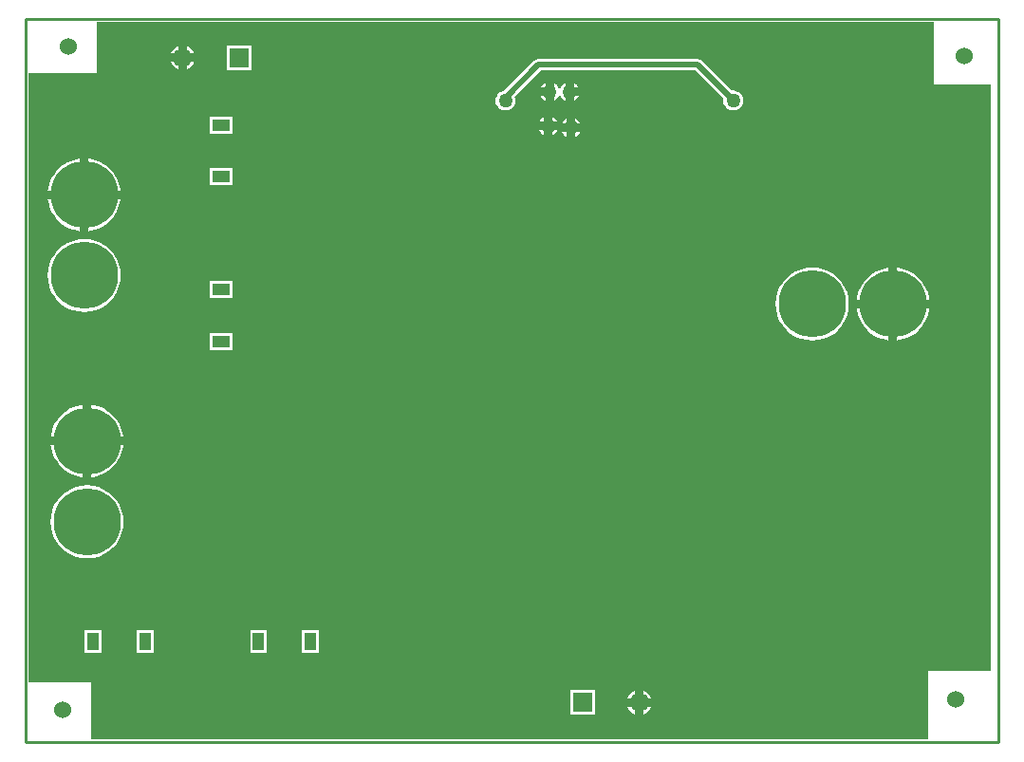
<source format=gbl>
G04*
G04 #@! TF.GenerationSoftware,Altium Limited,Altium Designer,19.1.8 (144)*
G04*
G04 Layer_Physical_Order=2*
G04 Layer_Color=16711680*
%FSLAX25Y25*%
%MOIN*%
G70*
G01*
G75*
%ADD12C,0.01000*%
%ADD45C,0.02000*%
%ADD50R,0.05906X0.03937*%
%ADD51R,0.03937X0.05906*%
%ADD52C,0.23622*%
%ADD53C,0.06000*%
%ADD54R,0.06693X0.06693*%
%ADD55C,0.06693*%
%ADD56C,0.05000*%
G36*
X320000Y232000D02*
X340000D01*
Y26000D01*
X318000D01*
Y2000D01*
X24000D01*
Y22000D01*
X2000D01*
Y236000D01*
X26000D01*
Y254000D01*
X320000D01*
Y232000D01*
D02*
G37*
%LPC*%
G36*
X57500Y245583D02*
Y243000D01*
X60083D01*
X59797Y243692D01*
X59100Y244600D01*
X58192Y245297D01*
X57500Y245583D01*
D02*
G37*
G36*
X54500D02*
X53808Y245297D01*
X52900Y244600D01*
X52203Y243692D01*
X51917Y243000D01*
X54500D01*
Y245583D01*
D02*
G37*
G36*
X60083Y240000D02*
X57500D01*
Y237417D01*
X58192Y237703D01*
X59100Y238400D01*
X59797Y239308D01*
X60083Y240000D01*
D02*
G37*
G36*
X54500D02*
X51917D01*
X52203Y239308D01*
X52900Y238400D01*
X53808Y237703D01*
X54500Y237417D01*
Y240000D01*
D02*
G37*
G36*
X80347Y245847D02*
X71653D01*
Y237154D01*
X80347D01*
Y245847D01*
D02*
G37*
G36*
X193500Y232667D02*
Y231000D01*
X195167D01*
X195057Y231265D01*
X194496Y231996D01*
X193765Y232557D01*
X193500Y232667D01*
D02*
G37*
G36*
X183500D02*
X183235Y232557D01*
X182504Y231996D01*
X181943Y231265D01*
X181833Y231000D01*
X183500D01*
Y232667D01*
D02*
G37*
G36*
X190500D02*
X190235Y232557D01*
X189504Y231996D01*
X188943Y231265D01*
X188771Y230850D01*
X188229D01*
X188057Y231265D01*
X187496Y231996D01*
X186765Y232557D01*
X186500Y232667D01*
Y229500D01*
Y226333D01*
X186765Y226443D01*
X187496Y227004D01*
X188057Y227735D01*
X188229Y228151D01*
X188771D01*
X188943Y227735D01*
X189504Y227004D01*
X190235Y226443D01*
X190500Y226333D01*
Y229500D01*
Y232667D01*
D02*
G37*
G36*
X195167Y228000D02*
X193500D01*
Y226333D01*
X193765Y226443D01*
X194496Y227004D01*
X195057Y227735D01*
X195167Y228000D01*
D02*
G37*
G36*
X183500D02*
X181833D01*
X181943Y227735D01*
X182504Y227004D01*
X183235Y226443D01*
X183500Y226333D01*
Y228000D01*
D02*
G37*
G36*
X181000Y241039D02*
X180220Y240884D01*
X179558Y240442D01*
X169093Y229977D01*
X168586Y229910D01*
X167735Y229557D01*
X167004Y228996D01*
X166443Y228265D01*
X166090Y227414D01*
X165970Y226500D01*
X166090Y225586D01*
X166443Y224735D01*
X167004Y224004D01*
X167735Y223443D01*
X168586Y223090D01*
X169500Y222970D01*
X170414Y223090D01*
X171265Y223443D01*
X171996Y224004D01*
X172557Y224735D01*
X172910Y225586D01*
X173030Y226500D01*
X172910Y227414D01*
X172731Y227847D01*
X181845Y236961D01*
X236155D01*
X246045Y227071D01*
X245970Y226500D01*
X246090Y225586D01*
X246443Y224735D01*
X247004Y224004D01*
X247735Y223443D01*
X248586Y223090D01*
X249500Y222970D01*
X250414Y223090D01*
X251265Y223443D01*
X251996Y224004D01*
X252557Y224735D01*
X252910Y225586D01*
X253030Y226500D01*
X252910Y227414D01*
X252557Y228265D01*
X251996Y228996D01*
X251265Y229557D01*
X250414Y229910D01*
X249500Y230030D01*
X248929Y229955D01*
X238442Y240442D01*
X237780Y240884D01*
X237000Y241039D01*
X181000D01*
X181000Y241039D01*
D02*
G37*
G36*
X186000Y220667D02*
Y219000D01*
X187667D01*
X187557Y219265D01*
X186996Y219996D01*
X186265Y220557D01*
X186000Y220667D01*
D02*
G37*
G36*
X183000D02*
X182735Y220557D01*
X182004Y219996D01*
X181443Y219265D01*
X181333Y219000D01*
X183000D01*
Y220667D01*
D02*
G37*
G36*
X194000Y220167D02*
Y218500D01*
X195667D01*
X195557Y218765D01*
X194996Y219496D01*
X194265Y220057D01*
X194000Y220167D01*
D02*
G37*
G36*
X191000D02*
X190735Y220057D01*
X190004Y219496D01*
X189443Y218765D01*
X189333Y218500D01*
X191000D01*
Y220167D01*
D02*
G37*
G36*
X73472Y220843D02*
X65567D01*
Y214906D01*
X73472D01*
Y220843D01*
D02*
G37*
G36*
X187667Y216000D02*
X186000D01*
Y214333D01*
X186265Y214443D01*
X186996Y215004D01*
X187557Y215735D01*
X187667Y216000D01*
D02*
G37*
G36*
X183000D02*
X181333D01*
X181443Y215735D01*
X182004Y215004D01*
X182735Y214443D01*
X183000Y214333D01*
Y216000D01*
D02*
G37*
G36*
X195667Y215500D02*
X194000D01*
Y213833D01*
X194265Y213943D01*
X194996Y214504D01*
X195557Y215235D01*
X195667Y215500D01*
D02*
G37*
G36*
X191000D02*
X189333D01*
X189443Y215235D01*
X190004Y214504D01*
X190735Y213943D01*
X191000Y213833D01*
Y215500D01*
D02*
G37*
G36*
X73453Y202732D02*
X65547D01*
Y196795D01*
X73453D01*
Y202732D01*
D02*
G37*
G36*
X23000Y206079D02*
Y194846D01*
X34233D01*
X34192Y195357D01*
X33722Y197318D01*
X32950Y199180D01*
X31896Y200900D01*
X30587Y202433D01*
X29053Y203743D01*
X27334Y204797D01*
X25471Y205568D01*
X23510Y206039D01*
X23000Y206079D01*
D02*
G37*
G36*
X20000D02*
X19490Y206039D01*
X17529Y205568D01*
X15666Y204797D01*
X13947Y203743D01*
X12413Y202433D01*
X11104Y200900D01*
X10050Y199180D01*
X9278Y197318D01*
X8808Y195357D01*
X8767Y194846D01*
X20000D01*
Y206079D01*
D02*
G37*
G36*
X34233Y191847D02*
X23000D01*
Y180614D01*
X23510Y180654D01*
X25471Y181125D01*
X27334Y181896D01*
X29053Y182950D01*
X30587Y184260D01*
X31896Y185793D01*
X32950Y187512D01*
X33722Y189375D01*
X34192Y191336D01*
X34233Y191847D01*
D02*
G37*
G36*
X20000D02*
X8767D01*
X8808Y191336D01*
X9278Y189375D01*
X10050Y187512D01*
X11104Y185793D01*
X12413Y184260D01*
X13947Y182950D01*
X15666Y181896D01*
X17529Y181125D01*
X19490Y180654D01*
X20000Y180614D01*
Y191847D01*
D02*
G37*
G36*
X73453Y162969D02*
X65547D01*
Y157032D01*
X73453D01*
Y162969D01*
D02*
G37*
G36*
X307063Y167733D02*
Y156500D01*
X318296D01*
X318255Y157010D01*
X317785Y158971D01*
X317013Y160834D01*
X315959Y162553D01*
X314650Y164087D01*
X313116Y165396D01*
X311397Y166450D01*
X309534Y167222D01*
X307573Y167692D01*
X307063Y167733D01*
D02*
G37*
G36*
X304063D02*
X303553Y167692D01*
X301592Y167222D01*
X299729Y166450D01*
X298010Y165396D01*
X296476Y164087D01*
X295167Y162553D01*
X294113Y160834D01*
X293341Y158971D01*
X292871Y157010D01*
X292830Y156500D01*
X304063D01*
Y167733D01*
D02*
G37*
G36*
X21500Y177851D02*
X19490Y177692D01*
X17529Y177222D01*
X15666Y176450D01*
X13947Y175396D01*
X12413Y174087D01*
X11104Y172553D01*
X10050Y170834D01*
X9278Y168971D01*
X8808Y167010D01*
X8649Y165000D01*
X8808Y162990D01*
X9278Y161029D01*
X10050Y159166D01*
X11104Y157447D01*
X12413Y155913D01*
X13947Y154604D01*
X15666Y153550D01*
X17529Y152778D01*
X19490Y152308D01*
X21500Y152149D01*
X23510Y152308D01*
X25471Y152778D01*
X27334Y153550D01*
X29053Y154604D01*
X30587Y155913D01*
X31896Y157447D01*
X32950Y159166D01*
X33722Y161029D01*
X34192Y162990D01*
X34351Y165000D01*
X34192Y167010D01*
X33722Y168971D01*
X32950Y170834D01*
X31896Y172553D01*
X30587Y174087D01*
X29053Y175396D01*
X27334Y176450D01*
X25471Y177222D01*
X23510Y177692D01*
X21500Y177851D01*
D02*
G37*
G36*
X318296Y153500D02*
X307063D01*
Y142267D01*
X307573Y142308D01*
X309534Y142778D01*
X311397Y143550D01*
X313116Y144604D01*
X314650Y145913D01*
X315959Y147447D01*
X317013Y149166D01*
X317785Y151029D01*
X318255Y152990D01*
X318296Y153500D01*
D02*
G37*
G36*
X304063D02*
X292830D01*
X292871Y152990D01*
X293341Y151029D01*
X294113Y149166D01*
X295167Y147447D01*
X296476Y145913D01*
X298010Y144604D01*
X299729Y143550D01*
X301592Y142778D01*
X303553Y142308D01*
X304063Y142267D01*
Y153500D01*
D02*
G37*
G36*
X277217Y167851D02*
X275206Y167692D01*
X273246Y167222D01*
X271382Y166450D01*
X269663Y165396D01*
X268130Y164087D01*
X266820Y162553D01*
X265767Y160834D01*
X264995Y158971D01*
X264524Y157010D01*
X264366Y155000D01*
X264524Y152990D01*
X264995Y151029D01*
X265767Y149166D01*
X266820Y147447D01*
X268130Y145913D01*
X269663Y144604D01*
X271382Y143550D01*
X273246Y142778D01*
X275206Y142308D01*
X277217Y142149D01*
X279227Y142308D01*
X281188Y142778D01*
X283051Y143550D01*
X284770Y144604D01*
X286303Y145913D01*
X287613Y147447D01*
X288667Y149166D01*
X289438Y151029D01*
X289909Y152990D01*
X290067Y155000D01*
X289909Y157010D01*
X289438Y158971D01*
X288667Y160834D01*
X287613Y162553D01*
X286303Y164087D01*
X284770Y165396D01*
X283051Y166450D01*
X281188Y167222D01*
X279227Y167692D01*
X277217Y167851D01*
D02*
G37*
G36*
X73472Y144661D02*
X65567D01*
Y138724D01*
X73472D01*
Y144661D01*
D02*
G37*
G36*
X24000Y119579D02*
Y108346D01*
X35233D01*
X35192Y108857D01*
X34722Y110818D01*
X33950Y112680D01*
X32896Y114400D01*
X31587Y115933D01*
X30053Y117243D01*
X28334Y118297D01*
X26471Y119068D01*
X24510Y119539D01*
X24000Y119579D01*
D02*
G37*
G36*
X21000D02*
X20490Y119539D01*
X18529Y119068D01*
X16666Y118297D01*
X14947Y117243D01*
X13413Y115933D01*
X12104Y114400D01*
X11050Y112680D01*
X10278Y110818D01*
X9808Y108857D01*
X9767Y108346D01*
X21000D01*
Y119579D01*
D02*
G37*
G36*
X35233Y105347D02*
X24000D01*
Y94114D01*
X24510Y94154D01*
X26471Y94625D01*
X28334Y95397D01*
X30053Y96450D01*
X31587Y97760D01*
X32896Y99293D01*
X33950Y101012D01*
X34722Y102875D01*
X35192Y104836D01*
X35233Y105347D01*
D02*
G37*
G36*
X21000D02*
X9767D01*
X9808Y104836D01*
X10278Y102875D01*
X11050Y101012D01*
X12104Y99293D01*
X13413Y97760D01*
X14947Y96450D01*
X16666Y95397D01*
X18529Y94625D01*
X20490Y94154D01*
X21000Y94114D01*
Y105347D01*
D02*
G37*
G36*
X22500Y91351D02*
X20490Y91192D01*
X18529Y90722D01*
X16666Y89950D01*
X14947Y88896D01*
X13413Y87587D01*
X12104Y86053D01*
X11050Y84334D01*
X10278Y82471D01*
X9808Y80510D01*
X9649Y78500D01*
X9808Y76490D01*
X10278Y74529D01*
X11050Y72666D01*
X12104Y70947D01*
X13413Y69413D01*
X14947Y68104D01*
X16666Y67050D01*
X18529Y66278D01*
X20490Y65808D01*
X22500Y65649D01*
X24510Y65808D01*
X26471Y66278D01*
X28334Y67050D01*
X30053Y68104D01*
X31587Y69413D01*
X32896Y70947D01*
X33950Y72666D01*
X34722Y74529D01*
X35192Y76490D01*
X35351Y78500D01*
X35192Y80510D01*
X34722Y82471D01*
X33950Y84334D01*
X32896Y86053D01*
X31587Y87587D01*
X30053Y88896D01*
X28334Y89950D01*
X26471Y90722D01*
X24510Y91192D01*
X22500Y91351D01*
D02*
G37*
G36*
X85732Y40453D02*
X79795D01*
Y32547D01*
X85732D01*
Y40453D01*
D02*
G37*
G36*
X45968D02*
X40031D01*
Y32547D01*
X45968D01*
Y40453D01*
D02*
G37*
G36*
X103842Y40433D02*
X97905D01*
Y32528D01*
X103842D01*
Y40433D01*
D02*
G37*
G36*
X27661D02*
X21724D01*
Y32528D01*
X27661D01*
Y40433D01*
D02*
G37*
G36*
X218000Y19083D02*
Y16500D01*
X220583D01*
X220297Y17192D01*
X219600Y18100D01*
X218692Y18797D01*
X218000Y19083D01*
D02*
G37*
G36*
X215000D02*
X214308Y18797D01*
X213400Y18100D01*
X212703Y17192D01*
X212417Y16500D01*
X215000D01*
Y19083D01*
D02*
G37*
G36*
X220583Y13500D02*
X218000D01*
Y10917D01*
X218692Y11203D01*
X219600Y11900D01*
X220297Y12808D01*
X220583Y13500D01*
D02*
G37*
G36*
X215000D02*
X212417D01*
X212703Y12808D01*
X213400Y11900D01*
X214308Y11203D01*
X215000Y10917D01*
Y13500D01*
D02*
G37*
G36*
X200847Y19346D02*
X192154D01*
Y10654D01*
X200847D01*
Y19346D01*
D02*
G37*
%LPD*%
D12*
X169500Y226500D02*
Y227500D01*
X1000Y1000D02*
X342500D01*
X342500Y255000D02*
X342500Y1000D01*
X1000Y255000D02*
X342500D01*
X1000D02*
X1000Y1000D01*
D45*
X237000Y239000D02*
X249500Y226500D01*
X181000Y239000D02*
X237000D01*
X169500Y227500D02*
X181000Y239000D01*
D50*
X69500Y199764D02*
D03*
X69520Y217874D02*
D03*
X69500Y160000D02*
D03*
X69520Y141693D02*
D03*
D51*
X82764Y36500D02*
D03*
X100874Y36480D02*
D03*
X43000Y36500D02*
D03*
X24693Y36480D02*
D03*
D52*
X22500Y106846D02*
D03*
Y78500D02*
D03*
X21500Y193347D02*
D03*
Y165000D02*
D03*
X305563Y155000D02*
D03*
X277217D02*
D03*
D53*
X330500Y242000D02*
D03*
X327500Y16000D02*
D03*
X14000Y12500D02*
D03*
X16000Y245500D02*
D03*
D54*
X196500Y15000D02*
D03*
X76000Y241500D02*
D03*
D55*
X216500Y15000D02*
D03*
X56000Y241500D02*
D03*
D56*
X182000Y212000D02*
D03*
X188000D02*
D03*
X214000Y82000D02*
D03*
X206000D02*
D03*
X198000D02*
D03*
X210000Y78000D02*
D03*
X202000D02*
D03*
X210000Y58000D02*
D03*
X202000D02*
D03*
X192500Y217000D02*
D03*
X184500Y217500D02*
D03*
X192000Y229500D02*
D03*
X185000D02*
D03*
X169500Y226500D02*
D03*
X249500D02*
D03*
M02*

</source>
